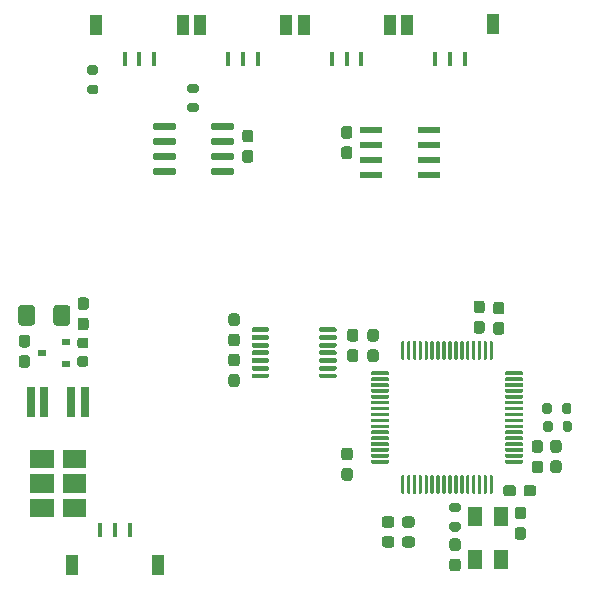
<source format=gbr>
%TF.GenerationSoftware,KiCad,Pcbnew,(5.1.8-0-10_14)*%
%TF.CreationDate,2021-05-13T19:53:47+02:00*%
%TF.ProjectId,Nauthiluscontroller,4e617574-6869-46c7-9573-636f6e74726f,rev?*%
%TF.SameCoordinates,Original*%
%TF.FileFunction,Paste,Bot*%
%TF.FilePolarity,Positive*%
%FSLAX46Y46*%
G04 Gerber Fmt 4.6, Leading zero omitted, Abs format (unit mm)*
G04 Created by KiCad (PCBNEW (5.1.8-0-10_14)) date 2021-05-13 19:53:47*
%MOMM*%
%LPD*%
G01*
G04 APERTURE LIST*
%ADD10C,0.010000*%
%ADD11R,0.790000X2.520000*%
%ADD12R,0.350000X1.200000*%
%ADD13R,1.100000X1.800000*%
%ADD14R,0.700000X0.600000*%
%ADD15R,1.981200X0.558800*%
G04 APERTURE END LIST*
D10*
%TO.C,U4*%
G36*
X117680000Y-107895000D02*
G01*
X117680000Y-109395000D01*
X119600000Y-109395000D01*
X119600000Y-107895000D01*
X117680000Y-107895000D01*
G37*
X117680000Y-107895000D02*
X117680000Y-109395000D01*
X119600000Y-109395000D01*
X119600000Y-107895000D01*
X117680000Y-107895000D01*
G36*
X117680000Y-109965000D02*
G01*
X117680000Y-111465000D01*
X119600000Y-111465000D01*
X119600000Y-109965000D01*
X117680000Y-109965000D01*
G37*
X117680000Y-109965000D02*
X117680000Y-111465000D01*
X119600000Y-111465000D01*
X119600000Y-109965000D01*
X117680000Y-109965000D01*
G36*
X117680000Y-112035000D02*
G01*
X117680000Y-113535000D01*
X119600000Y-113535000D01*
X119600000Y-112035000D01*
X117680000Y-112035000D01*
G37*
X117680000Y-112035000D02*
X117680000Y-113535000D01*
X119600000Y-113535000D01*
X119600000Y-112035000D01*
X117680000Y-112035000D01*
G36*
X120460000Y-107895000D02*
G01*
X120460000Y-109395000D01*
X122380000Y-109395000D01*
X122380000Y-107895000D01*
X120460000Y-107895000D01*
G37*
X120460000Y-107895000D02*
X120460000Y-109395000D01*
X122380000Y-109395000D01*
X122380000Y-107895000D01*
X120460000Y-107895000D01*
G36*
X120460000Y-109965000D02*
G01*
X120460000Y-111465000D01*
X122380000Y-111465000D01*
X122380000Y-109965000D01*
X120460000Y-109965000D01*
G37*
X120460000Y-109965000D02*
X120460000Y-111465000D01*
X122380000Y-111465000D01*
X122380000Y-109965000D01*
X120460000Y-109965000D01*
G36*
X120460000Y-112035000D02*
G01*
X120460000Y-113535000D01*
X122380000Y-113535000D01*
X122380000Y-112035000D01*
X120460000Y-112035000D01*
G37*
X120460000Y-112035000D02*
X120460000Y-113535000D01*
X122380000Y-113535000D01*
X122380000Y-112035000D01*
X120460000Y-112035000D01*
%TD*%
%TO.C,C39*%
G36*
G01*
X135207500Y-99150000D02*
X134732500Y-99150000D01*
G75*
G02*
X134495000Y-98912500I0J237500D01*
G01*
X134495000Y-98312500D01*
G75*
G02*
X134732500Y-98075000I237500J0D01*
G01*
X135207500Y-98075000D01*
G75*
G02*
X135445000Y-98312500I0J-237500D01*
G01*
X135445000Y-98912500D01*
G75*
G02*
X135207500Y-99150000I-237500J0D01*
G01*
G37*
G36*
G01*
X135207500Y-97425000D02*
X134732500Y-97425000D01*
G75*
G02*
X134495000Y-97187500I0J237500D01*
G01*
X134495000Y-96587500D01*
G75*
G02*
X134732500Y-96350000I237500J0D01*
G01*
X135207500Y-96350000D01*
G75*
G02*
X135445000Y-96587500I0J-237500D01*
G01*
X135445000Y-97187500D01*
G75*
G02*
X135207500Y-97425000I-237500J0D01*
G01*
G37*
%TD*%
%TO.C,C9*%
G36*
G01*
X157142500Y-95360000D02*
X157617500Y-95360000D01*
G75*
G02*
X157855000Y-95597500I0J-237500D01*
G01*
X157855000Y-96197500D01*
G75*
G02*
X157617500Y-96435000I-237500J0D01*
G01*
X157142500Y-96435000D01*
G75*
G02*
X156905000Y-96197500I0J237500D01*
G01*
X156905000Y-95597500D01*
G75*
G02*
X157142500Y-95360000I237500J0D01*
G01*
G37*
G36*
G01*
X157142500Y-97085000D02*
X157617500Y-97085000D01*
G75*
G02*
X157855000Y-97322500I0J-237500D01*
G01*
X157855000Y-97922500D01*
G75*
G02*
X157617500Y-98160000I-237500J0D01*
G01*
X157142500Y-98160000D01*
G75*
G02*
X156905000Y-97922500I0J237500D01*
G01*
X156905000Y-97322500D01*
G75*
G02*
X157142500Y-97085000I237500J0D01*
G01*
G37*
%TD*%
%TO.C,C7*%
G36*
G01*
X160412500Y-108814000D02*
X160887500Y-108814000D01*
G75*
G02*
X161125000Y-109051500I0J-237500D01*
G01*
X161125000Y-109651500D01*
G75*
G02*
X160887500Y-109889000I-237500J0D01*
G01*
X160412500Y-109889000D01*
G75*
G02*
X160175000Y-109651500I0J237500D01*
G01*
X160175000Y-109051500D01*
G75*
G02*
X160412500Y-108814000I237500J0D01*
G01*
G37*
G36*
G01*
X160412500Y-107089000D02*
X160887500Y-107089000D01*
G75*
G02*
X161125000Y-107326500I0J-237500D01*
G01*
X161125000Y-107926500D01*
G75*
G02*
X160887500Y-108164000I-237500J0D01*
G01*
X160412500Y-108164000D01*
G75*
G02*
X160175000Y-107926500I0J237500D01*
G01*
X160175000Y-107326500D01*
G75*
G02*
X160412500Y-107089000I237500J0D01*
G01*
G37*
%TD*%
%TO.C,U14*%
G36*
G01*
X134990000Y-80375000D02*
X134990000Y-80675000D01*
G75*
G02*
X134840000Y-80825000I-150000J0D01*
G01*
X133190000Y-80825000D01*
G75*
G02*
X133040000Y-80675000I0J150000D01*
G01*
X133040000Y-80375000D01*
G75*
G02*
X133190000Y-80225000I150000J0D01*
G01*
X134840000Y-80225000D01*
G75*
G02*
X134990000Y-80375000I0J-150000D01*
G01*
G37*
G36*
G01*
X134990000Y-81645000D02*
X134990000Y-81945000D01*
G75*
G02*
X134840000Y-82095000I-150000J0D01*
G01*
X133190000Y-82095000D01*
G75*
G02*
X133040000Y-81945000I0J150000D01*
G01*
X133040000Y-81645000D01*
G75*
G02*
X133190000Y-81495000I150000J0D01*
G01*
X134840000Y-81495000D01*
G75*
G02*
X134990000Y-81645000I0J-150000D01*
G01*
G37*
G36*
G01*
X134990000Y-82915000D02*
X134990000Y-83215000D01*
G75*
G02*
X134840000Y-83365000I-150000J0D01*
G01*
X133190000Y-83365000D01*
G75*
G02*
X133040000Y-83215000I0J150000D01*
G01*
X133040000Y-82915000D01*
G75*
G02*
X133190000Y-82765000I150000J0D01*
G01*
X134840000Y-82765000D01*
G75*
G02*
X134990000Y-82915000I0J-150000D01*
G01*
G37*
G36*
G01*
X134990000Y-84185000D02*
X134990000Y-84485000D01*
G75*
G02*
X134840000Y-84635000I-150000J0D01*
G01*
X133190000Y-84635000D01*
G75*
G02*
X133040000Y-84485000I0J150000D01*
G01*
X133040000Y-84185000D01*
G75*
G02*
X133190000Y-84035000I150000J0D01*
G01*
X134840000Y-84035000D01*
G75*
G02*
X134990000Y-84185000I0J-150000D01*
G01*
G37*
G36*
G01*
X130040000Y-84185000D02*
X130040000Y-84485000D01*
G75*
G02*
X129890000Y-84635000I-150000J0D01*
G01*
X128240000Y-84635000D01*
G75*
G02*
X128090000Y-84485000I0J150000D01*
G01*
X128090000Y-84185000D01*
G75*
G02*
X128240000Y-84035000I150000J0D01*
G01*
X129890000Y-84035000D01*
G75*
G02*
X130040000Y-84185000I0J-150000D01*
G01*
G37*
G36*
G01*
X130040000Y-82915000D02*
X130040000Y-83215000D01*
G75*
G02*
X129890000Y-83365000I-150000J0D01*
G01*
X128240000Y-83365000D01*
G75*
G02*
X128090000Y-83215000I0J150000D01*
G01*
X128090000Y-82915000D01*
G75*
G02*
X128240000Y-82765000I150000J0D01*
G01*
X129890000Y-82765000D01*
G75*
G02*
X130040000Y-82915000I0J-150000D01*
G01*
G37*
G36*
G01*
X130040000Y-81645000D02*
X130040000Y-81945000D01*
G75*
G02*
X129890000Y-82095000I-150000J0D01*
G01*
X128240000Y-82095000D01*
G75*
G02*
X128090000Y-81945000I0J150000D01*
G01*
X128090000Y-81645000D01*
G75*
G02*
X128240000Y-81495000I150000J0D01*
G01*
X129890000Y-81495000D01*
G75*
G02*
X130040000Y-81645000I0J-150000D01*
G01*
G37*
G36*
G01*
X130040000Y-80375000D02*
X130040000Y-80675000D01*
G75*
G02*
X129890000Y-80825000I-150000J0D01*
G01*
X128240000Y-80825000D01*
G75*
G02*
X128090000Y-80675000I0J150000D01*
G01*
X128090000Y-80375000D01*
G75*
G02*
X128240000Y-80225000I150000J0D01*
G01*
X129890000Y-80225000D01*
G75*
G02*
X130040000Y-80375000I0J-150000D01*
G01*
G37*
%TD*%
%TO.C,C47*%
G36*
G01*
X135902500Y-82527500D02*
X136377500Y-82527500D01*
G75*
G02*
X136615000Y-82765000I0J-237500D01*
G01*
X136615000Y-83365000D01*
G75*
G02*
X136377500Y-83602500I-237500J0D01*
G01*
X135902500Y-83602500D01*
G75*
G02*
X135665000Y-83365000I0J237500D01*
G01*
X135665000Y-82765000D01*
G75*
G02*
X135902500Y-82527500I237500J0D01*
G01*
G37*
G36*
G01*
X135902500Y-80802500D02*
X136377500Y-80802500D01*
G75*
G02*
X136615000Y-81040000I0J-237500D01*
G01*
X136615000Y-81640000D01*
G75*
G02*
X136377500Y-81877500I-237500J0D01*
G01*
X135902500Y-81877500D01*
G75*
G02*
X135665000Y-81640000I0J237500D01*
G01*
X135665000Y-81040000D01*
G75*
G02*
X135902500Y-80802500I237500J0D01*
G01*
G37*
%TD*%
D11*
%TO.C,U4*%
X122310000Y-103895000D03*
X121170000Y-103895000D03*
X118890000Y-103895000D03*
X117750000Y-103895000D03*
%TD*%
D12*
%TO.C,J3*%
X134470000Y-74810000D03*
X135720000Y-74810000D03*
X136970000Y-74810000D03*
D13*
X132070000Y-71910000D03*
X139370000Y-71910000D03*
%TD*%
%TO.C,C30*%
G36*
G01*
X144272500Y-82215000D02*
X144747500Y-82215000D01*
G75*
G02*
X144985000Y-82452500I0J-237500D01*
G01*
X144985000Y-83052500D01*
G75*
G02*
X144747500Y-83290000I-237500J0D01*
G01*
X144272500Y-83290000D01*
G75*
G02*
X144035000Y-83052500I0J237500D01*
G01*
X144035000Y-82452500D01*
G75*
G02*
X144272500Y-82215000I237500J0D01*
G01*
G37*
G36*
G01*
X144272500Y-80490000D02*
X144747500Y-80490000D01*
G75*
G02*
X144985000Y-80727500I0J-237500D01*
G01*
X144985000Y-81327500D01*
G75*
G02*
X144747500Y-81565000I-237500J0D01*
G01*
X144272500Y-81565000D01*
G75*
G02*
X144035000Y-81327500I0J237500D01*
G01*
X144035000Y-80727500D01*
G75*
G02*
X144272500Y-80490000I237500J0D01*
G01*
G37*
%TD*%
D12*
%TO.C,J1*%
X152020000Y-74780000D03*
X153270000Y-74780000D03*
X154520000Y-74780000D03*
D13*
X149620000Y-71910000D03*
X156920000Y-71880000D03*
%TD*%
%TO.C,C15*%
G36*
G01*
X159457500Y-115520000D02*
X158982500Y-115520000D01*
G75*
G02*
X158745000Y-115282500I0J237500D01*
G01*
X158745000Y-114682500D01*
G75*
G02*
X158982500Y-114445000I237500J0D01*
G01*
X159457500Y-114445000D01*
G75*
G02*
X159695000Y-114682500I0J-237500D01*
G01*
X159695000Y-115282500D01*
G75*
G02*
X159457500Y-115520000I-237500J0D01*
G01*
G37*
G36*
G01*
X159457500Y-113795000D02*
X158982500Y-113795000D01*
G75*
G02*
X158745000Y-113557500I0J237500D01*
G01*
X158745000Y-112957500D01*
G75*
G02*
X158982500Y-112720000I237500J0D01*
G01*
X159457500Y-112720000D01*
G75*
G02*
X159695000Y-112957500I0J-237500D01*
G01*
X159695000Y-113557500D01*
G75*
G02*
X159457500Y-113795000I-237500J0D01*
G01*
G37*
%TD*%
%TO.C,R13*%
G36*
G01*
X153395000Y-114025000D02*
X153945000Y-114025000D01*
G75*
G02*
X154145000Y-114225000I0J-200000D01*
G01*
X154145000Y-114625000D01*
G75*
G02*
X153945000Y-114825000I-200000J0D01*
G01*
X153395000Y-114825000D01*
G75*
G02*
X153195000Y-114625000I0J200000D01*
G01*
X153195000Y-114225000D01*
G75*
G02*
X153395000Y-114025000I200000J0D01*
G01*
G37*
G36*
G01*
X153395000Y-112375000D02*
X153945000Y-112375000D01*
G75*
G02*
X154145000Y-112575000I0J-200000D01*
G01*
X154145000Y-112975000D01*
G75*
G02*
X153945000Y-113175000I-200000J0D01*
G01*
X153395000Y-113175000D01*
G75*
G02*
X153195000Y-112975000I0J200000D01*
G01*
X153195000Y-112575000D01*
G75*
G02*
X153395000Y-112375000I200000J0D01*
G01*
G37*
%TD*%
D14*
%TO.C,Q1*%
X118720000Y-99690000D03*
X120720000Y-98740000D03*
X120720000Y-100640000D03*
%TD*%
%TO.C,U1*%
G36*
G01*
X156825000Y-111614000D02*
X156675000Y-111614000D01*
G75*
G02*
X156600000Y-111539000I0J75000D01*
G01*
X156600000Y-110139000D01*
G75*
G02*
X156675000Y-110064000I75000J0D01*
G01*
X156825000Y-110064000D01*
G75*
G02*
X156900000Y-110139000I0J-75000D01*
G01*
X156900000Y-111539000D01*
G75*
G02*
X156825000Y-111614000I-75000J0D01*
G01*
G37*
G36*
G01*
X156325000Y-111614000D02*
X156175000Y-111614000D01*
G75*
G02*
X156100000Y-111539000I0J75000D01*
G01*
X156100000Y-110139000D01*
G75*
G02*
X156175000Y-110064000I75000J0D01*
G01*
X156325000Y-110064000D01*
G75*
G02*
X156400000Y-110139000I0J-75000D01*
G01*
X156400000Y-111539000D01*
G75*
G02*
X156325000Y-111614000I-75000J0D01*
G01*
G37*
G36*
G01*
X155825000Y-111614000D02*
X155675000Y-111614000D01*
G75*
G02*
X155600000Y-111539000I0J75000D01*
G01*
X155600000Y-110139000D01*
G75*
G02*
X155675000Y-110064000I75000J0D01*
G01*
X155825000Y-110064000D01*
G75*
G02*
X155900000Y-110139000I0J-75000D01*
G01*
X155900000Y-111539000D01*
G75*
G02*
X155825000Y-111614000I-75000J0D01*
G01*
G37*
G36*
G01*
X155325000Y-111614000D02*
X155175000Y-111614000D01*
G75*
G02*
X155100000Y-111539000I0J75000D01*
G01*
X155100000Y-110139000D01*
G75*
G02*
X155175000Y-110064000I75000J0D01*
G01*
X155325000Y-110064000D01*
G75*
G02*
X155400000Y-110139000I0J-75000D01*
G01*
X155400000Y-111539000D01*
G75*
G02*
X155325000Y-111614000I-75000J0D01*
G01*
G37*
G36*
G01*
X154825000Y-111614000D02*
X154675000Y-111614000D01*
G75*
G02*
X154600000Y-111539000I0J75000D01*
G01*
X154600000Y-110139000D01*
G75*
G02*
X154675000Y-110064000I75000J0D01*
G01*
X154825000Y-110064000D01*
G75*
G02*
X154900000Y-110139000I0J-75000D01*
G01*
X154900000Y-111539000D01*
G75*
G02*
X154825000Y-111614000I-75000J0D01*
G01*
G37*
G36*
G01*
X154325000Y-111614000D02*
X154175000Y-111614000D01*
G75*
G02*
X154100000Y-111539000I0J75000D01*
G01*
X154100000Y-110139000D01*
G75*
G02*
X154175000Y-110064000I75000J0D01*
G01*
X154325000Y-110064000D01*
G75*
G02*
X154400000Y-110139000I0J-75000D01*
G01*
X154400000Y-111539000D01*
G75*
G02*
X154325000Y-111614000I-75000J0D01*
G01*
G37*
G36*
G01*
X153825000Y-111614000D02*
X153675000Y-111614000D01*
G75*
G02*
X153600000Y-111539000I0J75000D01*
G01*
X153600000Y-110139000D01*
G75*
G02*
X153675000Y-110064000I75000J0D01*
G01*
X153825000Y-110064000D01*
G75*
G02*
X153900000Y-110139000I0J-75000D01*
G01*
X153900000Y-111539000D01*
G75*
G02*
X153825000Y-111614000I-75000J0D01*
G01*
G37*
G36*
G01*
X153325000Y-111614000D02*
X153175000Y-111614000D01*
G75*
G02*
X153100000Y-111539000I0J75000D01*
G01*
X153100000Y-110139000D01*
G75*
G02*
X153175000Y-110064000I75000J0D01*
G01*
X153325000Y-110064000D01*
G75*
G02*
X153400000Y-110139000I0J-75000D01*
G01*
X153400000Y-111539000D01*
G75*
G02*
X153325000Y-111614000I-75000J0D01*
G01*
G37*
G36*
G01*
X152825000Y-111614000D02*
X152675000Y-111614000D01*
G75*
G02*
X152600000Y-111539000I0J75000D01*
G01*
X152600000Y-110139000D01*
G75*
G02*
X152675000Y-110064000I75000J0D01*
G01*
X152825000Y-110064000D01*
G75*
G02*
X152900000Y-110139000I0J-75000D01*
G01*
X152900000Y-111539000D01*
G75*
G02*
X152825000Y-111614000I-75000J0D01*
G01*
G37*
G36*
G01*
X152325000Y-111614000D02*
X152175000Y-111614000D01*
G75*
G02*
X152100000Y-111539000I0J75000D01*
G01*
X152100000Y-110139000D01*
G75*
G02*
X152175000Y-110064000I75000J0D01*
G01*
X152325000Y-110064000D01*
G75*
G02*
X152400000Y-110139000I0J-75000D01*
G01*
X152400000Y-111539000D01*
G75*
G02*
X152325000Y-111614000I-75000J0D01*
G01*
G37*
G36*
G01*
X151825000Y-111614000D02*
X151675000Y-111614000D01*
G75*
G02*
X151600000Y-111539000I0J75000D01*
G01*
X151600000Y-110139000D01*
G75*
G02*
X151675000Y-110064000I75000J0D01*
G01*
X151825000Y-110064000D01*
G75*
G02*
X151900000Y-110139000I0J-75000D01*
G01*
X151900000Y-111539000D01*
G75*
G02*
X151825000Y-111614000I-75000J0D01*
G01*
G37*
G36*
G01*
X151325000Y-111614000D02*
X151175000Y-111614000D01*
G75*
G02*
X151100000Y-111539000I0J75000D01*
G01*
X151100000Y-110139000D01*
G75*
G02*
X151175000Y-110064000I75000J0D01*
G01*
X151325000Y-110064000D01*
G75*
G02*
X151400000Y-110139000I0J-75000D01*
G01*
X151400000Y-111539000D01*
G75*
G02*
X151325000Y-111614000I-75000J0D01*
G01*
G37*
G36*
G01*
X150825000Y-111614000D02*
X150675000Y-111614000D01*
G75*
G02*
X150600000Y-111539000I0J75000D01*
G01*
X150600000Y-110139000D01*
G75*
G02*
X150675000Y-110064000I75000J0D01*
G01*
X150825000Y-110064000D01*
G75*
G02*
X150900000Y-110139000I0J-75000D01*
G01*
X150900000Y-111539000D01*
G75*
G02*
X150825000Y-111614000I-75000J0D01*
G01*
G37*
G36*
G01*
X150325000Y-111614000D02*
X150175000Y-111614000D01*
G75*
G02*
X150100000Y-111539000I0J75000D01*
G01*
X150100000Y-110139000D01*
G75*
G02*
X150175000Y-110064000I75000J0D01*
G01*
X150325000Y-110064000D01*
G75*
G02*
X150400000Y-110139000I0J-75000D01*
G01*
X150400000Y-111539000D01*
G75*
G02*
X150325000Y-111614000I-75000J0D01*
G01*
G37*
G36*
G01*
X149825000Y-111614000D02*
X149675000Y-111614000D01*
G75*
G02*
X149600000Y-111539000I0J75000D01*
G01*
X149600000Y-110139000D01*
G75*
G02*
X149675000Y-110064000I75000J0D01*
G01*
X149825000Y-110064000D01*
G75*
G02*
X149900000Y-110139000I0J-75000D01*
G01*
X149900000Y-111539000D01*
G75*
G02*
X149825000Y-111614000I-75000J0D01*
G01*
G37*
G36*
G01*
X149325000Y-111614000D02*
X149175000Y-111614000D01*
G75*
G02*
X149100000Y-111539000I0J75000D01*
G01*
X149100000Y-110139000D01*
G75*
G02*
X149175000Y-110064000I75000J0D01*
G01*
X149325000Y-110064000D01*
G75*
G02*
X149400000Y-110139000I0J-75000D01*
G01*
X149400000Y-111539000D01*
G75*
G02*
X149325000Y-111614000I-75000J0D01*
G01*
G37*
G36*
G01*
X148025000Y-109064000D02*
X146625000Y-109064000D01*
G75*
G02*
X146550000Y-108989000I0J75000D01*
G01*
X146550000Y-108839000D01*
G75*
G02*
X146625000Y-108764000I75000J0D01*
G01*
X148025000Y-108764000D01*
G75*
G02*
X148100000Y-108839000I0J-75000D01*
G01*
X148100000Y-108989000D01*
G75*
G02*
X148025000Y-109064000I-75000J0D01*
G01*
G37*
G36*
G01*
X148025000Y-108564000D02*
X146625000Y-108564000D01*
G75*
G02*
X146550000Y-108489000I0J75000D01*
G01*
X146550000Y-108339000D01*
G75*
G02*
X146625000Y-108264000I75000J0D01*
G01*
X148025000Y-108264000D01*
G75*
G02*
X148100000Y-108339000I0J-75000D01*
G01*
X148100000Y-108489000D01*
G75*
G02*
X148025000Y-108564000I-75000J0D01*
G01*
G37*
G36*
G01*
X148025000Y-108064000D02*
X146625000Y-108064000D01*
G75*
G02*
X146550000Y-107989000I0J75000D01*
G01*
X146550000Y-107839000D01*
G75*
G02*
X146625000Y-107764000I75000J0D01*
G01*
X148025000Y-107764000D01*
G75*
G02*
X148100000Y-107839000I0J-75000D01*
G01*
X148100000Y-107989000D01*
G75*
G02*
X148025000Y-108064000I-75000J0D01*
G01*
G37*
G36*
G01*
X148025000Y-107564000D02*
X146625000Y-107564000D01*
G75*
G02*
X146550000Y-107489000I0J75000D01*
G01*
X146550000Y-107339000D01*
G75*
G02*
X146625000Y-107264000I75000J0D01*
G01*
X148025000Y-107264000D01*
G75*
G02*
X148100000Y-107339000I0J-75000D01*
G01*
X148100000Y-107489000D01*
G75*
G02*
X148025000Y-107564000I-75000J0D01*
G01*
G37*
G36*
G01*
X148025000Y-107064000D02*
X146625000Y-107064000D01*
G75*
G02*
X146550000Y-106989000I0J75000D01*
G01*
X146550000Y-106839000D01*
G75*
G02*
X146625000Y-106764000I75000J0D01*
G01*
X148025000Y-106764000D01*
G75*
G02*
X148100000Y-106839000I0J-75000D01*
G01*
X148100000Y-106989000D01*
G75*
G02*
X148025000Y-107064000I-75000J0D01*
G01*
G37*
G36*
G01*
X148025000Y-106564000D02*
X146625000Y-106564000D01*
G75*
G02*
X146550000Y-106489000I0J75000D01*
G01*
X146550000Y-106339000D01*
G75*
G02*
X146625000Y-106264000I75000J0D01*
G01*
X148025000Y-106264000D01*
G75*
G02*
X148100000Y-106339000I0J-75000D01*
G01*
X148100000Y-106489000D01*
G75*
G02*
X148025000Y-106564000I-75000J0D01*
G01*
G37*
G36*
G01*
X148025000Y-106064000D02*
X146625000Y-106064000D01*
G75*
G02*
X146550000Y-105989000I0J75000D01*
G01*
X146550000Y-105839000D01*
G75*
G02*
X146625000Y-105764000I75000J0D01*
G01*
X148025000Y-105764000D01*
G75*
G02*
X148100000Y-105839000I0J-75000D01*
G01*
X148100000Y-105989000D01*
G75*
G02*
X148025000Y-106064000I-75000J0D01*
G01*
G37*
G36*
G01*
X148025000Y-105564000D02*
X146625000Y-105564000D01*
G75*
G02*
X146550000Y-105489000I0J75000D01*
G01*
X146550000Y-105339000D01*
G75*
G02*
X146625000Y-105264000I75000J0D01*
G01*
X148025000Y-105264000D01*
G75*
G02*
X148100000Y-105339000I0J-75000D01*
G01*
X148100000Y-105489000D01*
G75*
G02*
X148025000Y-105564000I-75000J0D01*
G01*
G37*
G36*
G01*
X148025000Y-105064000D02*
X146625000Y-105064000D01*
G75*
G02*
X146550000Y-104989000I0J75000D01*
G01*
X146550000Y-104839000D01*
G75*
G02*
X146625000Y-104764000I75000J0D01*
G01*
X148025000Y-104764000D01*
G75*
G02*
X148100000Y-104839000I0J-75000D01*
G01*
X148100000Y-104989000D01*
G75*
G02*
X148025000Y-105064000I-75000J0D01*
G01*
G37*
G36*
G01*
X148025000Y-104564000D02*
X146625000Y-104564000D01*
G75*
G02*
X146550000Y-104489000I0J75000D01*
G01*
X146550000Y-104339000D01*
G75*
G02*
X146625000Y-104264000I75000J0D01*
G01*
X148025000Y-104264000D01*
G75*
G02*
X148100000Y-104339000I0J-75000D01*
G01*
X148100000Y-104489000D01*
G75*
G02*
X148025000Y-104564000I-75000J0D01*
G01*
G37*
G36*
G01*
X148025000Y-104064000D02*
X146625000Y-104064000D01*
G75*
G02*
X146550000Y-103989000I0J75000D01*
G01*
X146550000Y-103839000D01*
G75*
G02*
X146625000Y-103764000I75000J0D01*
G01*
X148025000Y-103764000D01*
G75*
G02*
X148100000Y-103839000I0J-75000D01*
G01*
X148100000Y-103989000D01*
G75*
G02*
X148025000Y-104064000I-75000J0D01*
G01*
G37*
G36*
G01*
X148025000Y-103564000D02*
X146625000Y-103564000D01*
G75*
G02*
X146550000Y-103489000I0J75000D01*
G01*
X146550000Y-103339000D01*
G75*
G02*
X146625000Y-103264000I75000J0D01*
G01*
X148025000Y-103264000D01*
G75*
G02*
X148100000Y-103339000I0J-75000D01*
G01*
X148100000Y-103489000D01*
G75*
G02*
X148025000Y-103564000I-75000J0D01*
G01*
G37*
G36*
G01*
X148025000Y-103064000D02*
X146625000Y-103064000D01*
G75*
G02*
X146550000Y-102989000I0J75000D01*
G01*
X146550000Y-102839000D01*
G75*
G02*
X146625000Y-102764000I75000J0D01*
G01*
X148025000Y-102764000D01*
G75*
G02*
X148100000Y-102839000I0J-75000D01*
G01*
X148100000Y-102989000D01*
G75*
G02*
X148025000Y-103064000I-75000J0D01*
G01*
G37*
G36*
G01*
X148025000Y-102564000D02*
X146625000Y-102564000D01*
G75*
G02*
X146550000Y-102489000I0J75000D01*
G01*
X146550000Y-102339000D01*
G75*
G02*
X146625000Y-102264000I75000J0D01*
G01*
X148025000Y-102264000D01*
G75*
G02*
X148100000Y-102339000I0J-75000D01*
G01*
X148100000Y-102489000D01*
G75*
G02*
X148025000Y-102564000I-75000J0D01*
G01*
G37*
G36*
G01*
X148025000Y-102064000D02*
X146625000Y-102064000D01*
G75*
G02*
X146550000Y-101989000I0J75000D01*
G01*
X146550000Y-101839000D01*
G75*
G02*
X146625000Y-101764000I75000J0D01*
G01*
X148025000Y-101764000D01*
G75*
G02*
X148100000Y-101839000I0J-75000D01*
G01*
X148100000Y-101989000D01*
G75*
G02*
X148025000Y-102064000I-75000J0D01*
G01*
G37*
G36*
G01*
X148025000Y-101564000D02*
X146625000Y-101564000D01*
G75*
G02*
X146550000Y-101489000I0J75000D01*
G01*
X146550000Y-101339000D01*
G75*
G02*
X146625000Y-101264000I75000J0D01*
G01*
X148025000Y-101264000D01*
G75*
G02*
X148100000Y-101339000I0J-75000D01*
G01*
X148100000Y-101489000D01*
G75*
G02*
X148025000Y-101564000I-75000J0D01*
G01*
G37*
G36*
G01*
X149325000Y-100264000D02*
X149175000Y-100264000D01*
G75*
G02*
X149100000Y-100189000I0J75000D01*
G01*
X149100000Y-98789000D01*
G75*
G02*
X149175000Y-98714000I75000J0D01*
G01*
X149325000Y-98714000D01*
G75*
G02*
X149400000Y-98789000I0J-75000D01*
G01*
X149400000Y-100189000D01*
G75*
G02*
X149325000Y-100264000I-75000J0D01*
G01*
G37*
G36*
G01*
X149825000Y-100264000D02*
X149675000Y-100264000D01*
G75*
G02*
X149600000Y-100189000I0J75000D01*
G01*
X149600000Y-98789000D01*
G75*
G02*
X149675000Y-98714000I75000J0D01*
G01*
X149825000Y-98714000D01*
G75*
G02*
X149900000Y-98789000I0J-75000D01*
G01*
X149900000Y-100189000D01*
G75*
G02*
X149825000Y-100264000I-75000J0D01*
G01*
G37*
G36*
G01*
X150325000Y-100264000D02*
X150175000Y-100264000D01*
G75*
G02*
X150100000Y-100189000I0J75000D01*
G01*
X150100000Y-98789000D01*
G75*
G02*
X150175000Y-98714000I75000J0D01*
G01*
X150325000Y-98714000D01*
G75*
G02*
X150400000Y-98789000I0J-75000D01*
G01*
X150400000Y-100189000D01*
G75*
G02*
X150325000Y-100264000I-75000J0D01*
G01*
G37*
G36*
G01*
X150825000Y-100264000D02*
X150675000Y-100264000D01*
G75*
G02*
X150600000Y-100189000I0J75000D01*
G01*
X150600000Y-98789000D01*
G75*
G02*
X150675000Y-98714000I75000J0D01*
G01*
X150825000Y-98714000D01*
G75*
G02*
X150900000Y-98789000I0J-75000D01*
G01*
X150900000Y-100189000D01*
G75*
G02*
X150825000Y-100264000I-75000J0D01*
G01*
G37*
G36*
G01*
X151325000Y-100264000D02*
X151175000Y-100264000D01*
G75*
G02*
X151100000Y-100189000I0J75000D01*
G01*
X151100000Y-98789000D01*
G75*
G02*
X151175000Y-98714000I75000J0D01*
G01*
X151325000Y-98714000D01*
G75*
G02*
X151400000Y-98789000I0J-75000D01*
G01*
X151400000Y-100189000D01*
G75*
G02*
X151325000Y-100264000I-75000J0D01*
G01*
G37*
G36*
G01*
X151825000Y-100264000D02*
X151675000Y-100264000D01*
G75*
G02*
X151600000Y-100189000I0J75000D01*
G01*
X151600000Y-98789000D01*
G75*
G02*
X151675000Y-98714000I75000J0D01*
G01*
X151825000Y-98714000D01*
G75*
G02*
X151900000Y-98789000I0J-75000D01*
G01*
X151900000Y-100189000D01*
G75*
G02*
X151825000Y-100264000I-75000J0D01*
G01*
G37*
G36*
G01*
X152325000Y-100264000D02*
X152175000Y-100264000D01*
G75*
G02*
X152100000Y-100189000I0J75000D01*
G01*
X152100000Y-98789000D01*
G75*
G02*
X152175000Y-98714000I75000J0D01*
G01*
X152325000Y-98714000D01*
G75*
G02*
X152400000Y-98789000I0J-75000D01*
G01*
X152400000Y-100189000D01*
G75*
G02*
X152325000Y-100264000I-75000J0D01*
G01*
G37*
G36*
G01*
X152825000Y-100264000D02*
X152675000Y-100264000D01*
G75*
G02*
X152600000Y-100189000I0J75000D01*
G01*
X152600000Y-98789000D01*
G75*
G02*
X152675000Y-98714000I75000J0D01*
G01*
X152825000Y-98714000D01*
G75*
G02*
X152900000Y-98789000I0J-75000D01*
G01*
X152900000Y-100189000D01*
G75*
G02*
X152825000Y-100264000I-75000J0D01*
G01*
G37*
G36*
G01*
X153325000Y-100264000D02*
X153175000Y-100264000D01*
G75*
G02*
X153100000Y-100189000I0J75000D01*
G01*
X153100000Y-98789000D01*
G75*
G02*
X153175000Y-98714000I75000J0D01*
G01*
X153325000Y-98714000D01*
G75*
G02*
X153400000Y-98789000I0J-75000D01*
G01*
X153400000Y-100189000D01*
G75*
G02*
X153325000Y-100264000I-75000J0D01*
G01*
G37*
G36*
G01*
X153825000Y-100264000D02*
X153675000Y-100264000D01*
G75*
G02*
X153600000Y-100189000I0J75000D01*
G01*
X153600000Y-98789000D01*
G75*
G02*
X153675000Y-98714000I75000J0D01*
G01*
X153825000Y-98714000D01*
G75*
G02*
X153900000Y-98789000I0J-75000D01*
G01*
X153900000Y-100189000D01*
G75*
G02*
X153825000Y-100264000I-75000J0D01*
G01*
G37*
G36*
G01*
X154325000Y-100264000D02*
X154175000Y-100264000D01*
G75*
G02*
X154100000Y-100189000I0J75000D01*
G01*
X154100000Y-98789000D01*
G75*
G02*
X154175000Y-98714000I75000J0D01*
G01*
X154325000Y-98714000D01*
G75*
G02*
X154400000Y-98789000I0J-75000D01*
G01*
X154400000Y-100189000D01*
G75*
G02*
X154325000Y-100264000I-75000J0D01*
G01*
G37*
G36*
G01*
X154825000Y-100264000D02*
X154675000Y-100264000D01*
G75*
G02*
X154600000Y-100189000I0J75000D01*
G01*
X154600000Y-98789000D01*
G75*
G02*
X154675000Y-98714000I75000J0D01*
G01*
X154825000Y-98714000D01*
G75*
G02*
X154900000Y-98789000I0J-75000D01*
G01*
X154900000Y-100189000D01*
G75*
G02*
X154825000Y-100264000I-75000J0D01*
G01*
G37*
G36*
G01*
X155325000Y-100264000D02*
X155175000Y-100264000D01*
G75*
G02*
X155100000Y-100189000I0J75000D01*
G01*
X155100000Y-98789000D01*
G75*
G02*
X155175000Y-98714000I75000J0D01*
G01*
X155325000Y-98714000D01*
G75*
G02*
X155400000Y-98789000I0J-75000D01*
G01*
X155400000Y-100189000D01*
G75*
G02*
X155325000Y-100264000I-75000J0D01*
G01*
G37*
G36*
G01*
X155825000Y-100264000D02*
X155675000Y-100264000D01*
G75*
G02*
X155600000Y-100189000I0J75000D01*
G01*
X155600000Y-98789000D01*
G75*
G02*
X155675000Y-98714000I75000J0D01*
G01*
X155825000Y-98714000D01*
G75*
G02*
X155900000Y-98789000I0J-75000D01*
G01*
X155900000Y-100189000D01*
G75*
G02*
X155825000Y-100264000I-75000J0D01*
G01*
G37*
G36*
G01*
X156325000Y-100264000D02*
X156175000Y-100264000D01*
G75*
G02*
X156100000Y-100189000I0J75000D01*
G01*
X156100000Y-98789000D01*
G75*
G02*
X156175000Y-98714000I75000J0D01*
G01*
X156325000Y-98714000D01*
G75*
G02*
X156400000Y-98789000I0J-75000D01*
G01*
X156400000Y-100189000D01*
G75*
G02*
X156325000Y-100264000I-75000J0D01*
G01*
G37*
G36*
G01*
X156825000Y-100264000D02*
X156675000Y-100264000D01*
G75*
G02*
X156600000Y-100189000I0J75000D01*
G01*
X156600000Y-98789000D01*
G75*
G02*
X156675000Y-98714000I75000J0D01*
G01*
X156825000Y-98714000D01*
G75*
G02*
X156900000Y-98789000I0J-75000D01*
G01*
X156900000Y-100189000D01*
G75*
G02*
X156825000Y-100264000I-75000J0D01*
G01*
G37*
G36*
G01*
X159375000Y-101564000D02*
X157975000Y-101564000D01*
G75*
G02*
X157900000Y-101489000I0J75000D01*
G01*
X157900000Y-101339000D01*
G75*
G02*
X157975000Y-101264000I75000J0D01*
G01*
X159375000Y-101264000D01*
G75*
G02*
X159450000Y-101339000I0J-75000D01*
G01*
X159450000Y-101489000D01*
G75*
G02*
X159375000Y-101564000I-75000J0D01*
G01*
G37*
G36*
G01*
X159375000Y-102064000D02*
X157975000Y-102064000D01*
G75*
G02*
X157900000Y-101989000I0J75000D01*
G01*
X157900000Y-101839000D01*
G75*
G02*
X157975000Y-101764000I75000J0D01*
G01*
X159375000Y-101764000D01*
G75*
G02*
X159450000Y-101839000I0J-75000D01*
G01*
X159450000Y-101989000D01*
G75*
G02*
X159375000Y-102064000I-75000J0D01*
G01*
G37*
G36*
G01*
X159375000Y-102564000D02*
X157975000Y-102564000D01*
G75*
G02*
X157900000Y-102489000I0J75000D01*
G01*
X157900000Y-102339000D01*
G75*
G02*
X157975000Y-102264000I75000J0D01*
G01*
X159375000Y-102264000D01*
G75*
G02*
X159450000Y-102339000I0J-75000D01*
G01*
X159450000Y-102489000D01*
G75*
G02*
X159375000Y-102564000I-75000J0D01*
G01*
G37*
G36*
G01*
X159375000Y-103064000D02*
X157975000Y-103064000D01*
G75*
G02*
X157900000Y-102989000I0J75000D01*
G01*
X157900000Y-102839000D01*
G75*
G02*
X157975000Y-102764000I75000J0D01*
G01*
X159375000Y-102764000D01*
G75*
G02*
X159450000Y-102839000I0J-75000D01*
G01*
X159450000Y-102989000D01*
G75*
G02*
X159375000Y-103064000I-75000J0D01*
G01*
G37*
G36*
G01*
X159375000Y-103564000D02*
X157975000Y-103564000D01*
G75*
G02*
X157900000Y-103489000I0J75000D01*
G01*
X157900000Y-103339000D01*
G75*
G02*
X157975000Y-103264000I75000J0D01*
G01*
X159375000Y-103264000D01*
G75*
G02*
X159450000Y-103339000I0J-75000D01*
G01*
X159450000Y-103489000D01*
G75*
G02*
X159375000Y-103564000I-75000J0D01*
G01*
G37*
G36*
G01*
X159375000Y-104064000D02*
X157975000Y-104064000D01*
G75*
G02*
X157900000Y-103989000I0J75000D01*
G01*
X157900000Y-103839000D01*
G75*
G02*
X157975000Y-103764000I75000J0D01*
G01*
X159375000Y-103764000D01*
G75*
G02*
X159450000Y-103839000I0J-75000D01*
G01*
X159450000Y-103989000D01*
G75*
G02*
X159375000Y-104064000I-75000J0D01*
G01*
G37*
G36*
G01*
X159375000Y-104564000D02*
X157975000Y-104564000D01*
G75*
G02*
X157900000Y-104489000I0J75000D01*
G01*
X157900000Y-104339000D01*
G75*
G02*
X157975000Y-104264000I75000J0D01*
G01*
X159375000Y-104264000D01*
G75*
G02*
X159450000Y-104339000I0J-75000D01*
G01*
X159450000Y-104489000D01*
G75*
G02*
X159375000Y-104564000I-75000J0D01*
G01*
G37*
G36*
G01*
X159375000Y-105064000D02*
X157975000Y-105064000D01*
G75*
G02*
X157900000Y-104989000I0J75000D01*
G01*
X157900000Y-104839000D01*
G75*
G02*
X157975000Y-104764000I75000J0D01*
G01*
X159375000Y-104764000D01*
G75*
G02*
X159450000Y-104839000I0J-75000D01*
G01*
X159450000Y-104989000D01*
G75*
G02*
X159375000Y-105064000I-75000J0D01*
G01*
G37*
G36*
G01*
X159375000Y-105564000D02*
X157975000Y-105564000D01*
G75*
G02*
X157900000Y-105489000I0J75000D01*
G01*
X157900000Y-105339000D01*
G75*
G02*
X157975000Y-105264000I75000J0D01*
G01*
X159375000Y-105264000D01*
G75*
G02*
X159450000Y-105339000I0J-75000D01*
G01*
X159450000Y-105489000D01*
G75*
G02*
X159375000Y-105564000I-75000J0D01*
G01*
G37*
G36*
G01*
X159375000Y-106064000D02*
X157975000Y-106064000D01*
G75*
G02*
X157900000Y-105989000I0J75000D01*
G01*
X157900000Y-105839000D01*
G75*
G02*
X157975000Y-105764000I75000J0D01*
G01*
X159375000Y-105764000D01*
G75*
G02*
X159450000Y-105839000I0J-75000D01*
G01*
X159450000Y-105989000D01*
G75*
G02*
X159375000Y-106064000I-75000J0D01*
G01*
G37*
G36*
G01*
X159375000Y-106564000D02*
X157975000Y-106564000D01*
G75*
G02*
X157900000Y-106489000I0J75000D01*
G01*
X157900000Y-106339000D01*
G75*
G02*
X157975000Y-106264000I75000J0D01*
G01*
X159375000Y-106264000D01*
G75*
G02*
X159450000Y-106339000I0J-75000D01*
G01*
X159450000Y-106489000D01*
G75*
G02*
X159375000Y-106564000I-75000J0D01*
G01*
G37*
G36*
G01*
X159375000Y-107064000D02*
X157975000Y-107064000D01*
G75*
G02*
X157900000Y-106989000I0J75000D01*
G01*
X157900000Y-106839000D01*
G75*
G02*
X157975000Y-106764000I75000J0D01*
G01*
X159375000Y-106764000D01*
G75*
G02*
X159450000Y-106839000I0J-75000D01*
G01*
X159450000Y-106989000D01*
G75*
G02*
X159375000Y-107064000I-75000J0D01*
G01*
G37*
G36*
G01*
X159375000Y-107564000D02*
X157975000Y-107564000D01*
G75*
G02*
X157900000Y-107489000I0J75000D01*
G01*
X157900000Y-107339000D01*
G75*
G02*
X157975000Y-107264000I75000J0D01*
G01*
X159375000Y-107264000D01*
G75*
G02*
X159450000Y-107339000I0J-75000D01*
G01*
X159450000Y-107489000D01*
G75*
G02*
X159375000Y-107564000I-75000J0D01*
G01*
G37*
G36*
G01*
X159375000Y-108064000D02*
X157975000Y-108064000D01*
G75*
G02*
X157900000Y-107989000I0J75000D01*
G01*
X157900000Y-107839000D01*
G75*
G02*
X157975000Y-107764000I75000J0D01*
G01*
X159375000Y-107764000D01*
G75*
G02*
X159450000Y-107839000I0J-75000D01*
G01*
X159450000Y-107989000D01*
G75*
G02*
X159375000Y-108064000I-75000J0D01*
G01*
G37*
G36*
G01*
X159375000Y-108564000D02*
X157975000Y-108564000D01*
G75*
G02*
X157900000Y-108489000I0J75000D01*
G01*
X157900000Y-108339000D01*
G75*
G02*
X157975000Y-108264000I75000J0D01*
G01*
X159375000Y-108264000D01*
G75*
G02*
X159450000Y-108339000I0J-75000D01*
G01*
X159450000Y-108489000D01*
G75*
G02*
X159375000Y-108564000I-75000J0D01*
G01*
G37*
G36*
G01*
X159375000Y-109064000D02*
X157975000Y-109064000D01*
G75*
G02*
X157900000Y-108989000I0J75000D01*
G01*
X157900000Y-108839000D01*
G75*
G02*
X157975000Y-108764000I75000J0D01*
G01*
X159375000Y-108764000D01*
G75*
G02*
X159450000Y-108839000I0J-75000D01*
G01*
X159450000Y-108989000D01*
G75*
G02*
X159375000Y-109064000I-75000J0D01*
G01*
G37*
%TD*%
%TO.C,F1*%
G36*
G01*
X116695000Y-97140000D02*
X116695000Y-95890000D01*
G75*
G02*
X116945000Y-95640000I250000J0D01*
G01*
X117870000Y-95640000D01*
G75*
G02*
X118120000Y-95890000I0J-250000D01*
G01*
X118120000Y-97140000D01*
G75*
G02*
X117870000Y-97390000I-250000J0D01*
G01*
X116945000Y-97390000D01*
G75*
G02*
X116695000Y-97140000I0J250000D01*
G01*
G37*
G36*
G01*
X119670000Y-97140000D02*
X119670000Y-95890000D01*
G75*
G02*
X119920000Y-95640000I250000J0D01*
G01*
X120845000Y-95640000D01*
G75*
G02*
X121095000Y-95890000I0J-250000D01*
G01*
X121095000Y-97140000D01*
G75*
G02*
X120845000Y-97390000I-250000J0D01*
G01*
X119920000Y-97390000D01*
G75*
G02*
X119670000Y-97140000I0J250000D01*
G01*
G37*
%TD*%
%TO.C,C11*%
G36*
G01*
X144782500Y-97660000D02*
X145257500Y-97660000D01*
G75*
G02*
X145495000Y-97897500I0J-237500D01*
G01*
X145495000Y-98497500D01*
G75*
G02*
X145257500Y-98735000I-237500J0D01*
G01*
X144782500Y-98735000D01*
G75*
G02*
X144545000Y-98497500I0J237500D01*
G01*
X144545000Y-97897500D01*
G75*
G02*
X144782500Y-97660000I237500J0D01*
G01*
G37*
G36*
G01*
X144782500Y-99385000D02*
X145257500Y-99385000D01*
G75*
G02*
X145495000Y-99622500I0J-237500D01*
G01*
X145495000Y-100222500D01*
G75*
G02*
X145257500Y-100460000I-237500J0D01*
G01*
X144782500Y-100460000D01*
G75*
G02*
X144545000Y-100222500I0J237500D01*
G01*
X144545000Y-99622500D01*
G75*
G02*
X144782500Y-99385000I237500J0D01*
G01*
G37*
%TD*%
%TO.C,C12*%
G36*
G01*
X155482500Y-96985000D02*
X155957500Y-96985000D01*
G75*
G02*
X156195000Y-97222500I0J-237500D01*
G01*
X156195000Y-97822500D01*
G75*
G02*
X155957500Y-98060000I-237500J0D01*
G01*
X155482500Y-98060000D01*
G75*
G02*
X155245000Y-97822500I0J237500D01*
G01*
X155245000Y-97222500D01*
G75*
G02*
X155482500Y-96985000I237500J0D01*
G01*
G37*
G36*
G01*
X155482500Y-95260000D02*
X155957500Y-95260000D01*
G75*
G02*
X156195000Y-95497500I0J-237500D01*
G01*
X156195000Y-96097500D01*
G75*
G02*
X155957500Y-96335000I-237500J0D01*
G01*
X155482500Y-96335000D01*
G75*
G02*
X155245000Y-96097500I0J237500D01*
G01*
X155245000Y-95497500D01*
G75*
G02*
X155482500Y-95260000I237500J0D01*
G01*
G37*
%TD*%
%TO.C,C13*%
G36*
G01*
X116982500Y-98165000D02*
X117457500Y-98165000D01*
G75*
G02*
X117695000Y-98402500I0J-237500D01*
G01*
X117695000Y-99002500D01*
G75*
G02*
X117457500Y-99240000I-237500J0D01*
G01*
X116982500Y-99240000D01*
G75*
G02*
X116745000Y-99002500I0J237500D01*
G01*
X116745000Y-98402500D01*
G75*
G02*
X116982500Y-98165000I237500J0D01*
G01*
G37*
G36*
G01*
X116982500Y-99890000D02*
X117457500Y-99890000D01*
G75*
G02*
X117695000Y-100127500I0J-237500D01*
G01*
X117695000Y-100727500D01*
G75*
G02*
X117457500Y-100965000I-237500J0D01*
G01*
X116982500Y-100965000D01*
G75*
G02*
X116745000Y-100727500I0J237500D01*
G01*
X116745000Y-100127500D01*
G75*
G02*
X116982500Y-99890000I237500J0D01*
G01*
G37*
%TD*%
%TO.C,C14*%
G36*
G01*
X121957500Y-96715000D02*
X122432500Y-96715000D01*
G75*
G02*
X122670000Y-96952500I0J-237500D01*
G01*
X122670000Y-97552500D01*
G75*
G02*
X122432500Y-97790000I-237500J0D01*
G01*
X121957500Y-97790000D01*
G75*
G02*
X121720000Y-97552500I0J237500D01*
G01*
X121720000Y-96952500D01*
G75*
G02*
X121957500Y-96715000I237500J0D01*
G01*
G37*
G36*
G01*
X121957500Y-94990000D02*
X122432500Y-94990000D01*
G75*
G02*
X122670000Y-95227500I0J-237500D01*
G01*
X122670000Y-95827500D01*
G75*
G02*
X122432500Y-96065000I-237500J0D01*
G01*
X121957500Y-96065000D01*
G75*
G02*
X121720000Y-95827500I0J237500D01*
G01*
X121720000Y-95227500D01*
G75*
G02*
X121957500Y-94990000I237500J0D01*
G01*
G37*
%TD*%
%TO.C,C16*%
G36*
G01*
X153442500Y-117117500D02*
X153917500Y-117117500D01*
G75*
G02*
X154155000Y-117355000I0J-237500D01*
G01*
X154155000Y-117955000D01*
G75*
G02*
X153917500Y-118192500I-237500J0D01*
G01*
X153442500Y-118192500D01*
G75*
G02*
X153205000Y-117955000I0J237500D01*
G01*
X153205000Y-117355000D01*
G75*
G02*
X153442500Y-117117500I237500J0D01*
G01*
G37*
G36*
G01*
X153442500Y-115392500D02*
X153917500Y-115392500D01*
G75*
G02*
X154155000Y-115630000I0J-237500D01*
G01*
X154155000Y-116230000D01*
G75*
G02*
X153917500Y-116467500I-237500J0D01*
G01*
X153442500Y-116467500D01*
G75*
G02*
X153205000Y-116230000I0J237500D01*
G01*
X153205000Y-115630000D01*
G75*
G02*
X153442500Y-115392500I237500J0D01*
G01*
G37*
%TD*%
%TO.C,FB1*%
G36*
G01*
X122420000Y-100865000D02*
X121920000Y-100865000D01*
G75*
G02*
X121695000Y-100640000I0J225000D01*
G01*
X121695000Y-100190000D01*
G75*
G02*
X121920000Y-99965000I225000J0D01*
G01*
X122420000Y-99965000D01*
G75*
G02*
X122645000Y-100190000I0J-225000D01*
G01*
X122645000Y-100640000D01*
G75*
G02*
X122420000Y-100865000I-225000J0D01*
G01*
G37*
G36*
G01*
X122420000Y-99315000D02*
X121920000Y-99315000D01*
G75*
G02*
X121695000Y-99090000I0J225000D01*
G01*
X121695000Y-98640000D01*
G75*
G02*
X121920000Y-98415000I225000J0D01*
G01*
X122420000Y-98415000D01*
G75*
G02*
X122645000Y-98640000I0J-225000D01*
G01*
X122645000Y-99090000D01*
G75*
G02*
X122420000Y-99315000I-225000J0D01*
G01*
G37*
%TD*%
%TO.C,R12*%
G36*
G01*
X161144000Y-106193000D02*
X161144000Y-105643000D01*
G75*
G02*
X161344000Y-105443000I200000J0D01*
G01*
X161744000Y-105443000D01*
G75*
G02*
X161944000Y-105643000I0J-200000D01*
G01*
X161944000Y-106193000D01*
G75*
G02*
X161744000Y-106393000I-200000J0D01*
G01*
X161344000Y-106393000D01*
G75*
G02*
X161144000Y-106193000I0J200000D01*
G01*
G37*
G36*
G01*
X162794000Y-106193000D02*
X162794000Y-105643000D01*
G75*
G02*
X162994000Y-105443000I200000J0D01*
G01*
X163394000Y-105443000D01*
G75*
G02*
X163594000Y-105643000I0J-200000D01*
G01*
X163594000Y-106193000D01*
G75*
G02*
X163394000Y-106393000I-200000J0D01*
G01*
X162994000Y-106393000D01*
G75*
G02*
X162794000Y-106193000I0J200000D01*
G01*
G37*
%TD*%
%TO.C,R14*%
G36*
G01*
X161881000Y-104119000D02*
X161881000Y-104669000D01*
G75*
G02*
X161681000Y-104869000I-200000J0D01*
G01*
X161281000Y-104869000D01*
G75*
G02*
X161081000Y-104669000I0J200000D01*
G01*
X161081000Y-104119000D01*
G75*
G02*
X161281000Y-103919000I200000J0D01*
G01*
X161681000Y-103919000D01*
G75*
G02*
X161881000Y-104119000I0J-200000D01*
G01*
G37*
G36*
G01*
X163531000Y-104119000D02*
X163531000Y-104669000D01*
G75*
G02*
X163331000Y-104869000I-200000J0D01*
G01*
X162931000Y-104869000D01*
G75*
G02*
X162731000Y-104669000I0J200000D01*
G01*
X162731000Y-104119000D01*
G75*
G02*
X162931000Y-103919000I200000J0D01*
G01*
X163331000Y-103919000D01*
G75*
G02*
X163531000Y-104119000I0J-200000D01*
G01*
G37*
%TD*%
%TO.C,R29*%
G36*
G01*
X131765000Y-79340000D02*
X131215000Y-79340000D01*
G75*
G02*
X131015000Y-79140000I0J200000D01*
G01*
X131015000Y-78740000D01*
G75*
G02*
X131215000Y-78540000I200000J0D01*
G01*
X131765000Y-78540000D01*
G75*
G02*
X131965000Y-78740000I0J-200000D01*
G01*
X131965000Y-79140000D01*
G75*
G02*
X131765000Y-79340000I-200000J0D01*
G01*
G37*
G36*
G01*
X131765000Y-77690000D02*
X131215000Y-77690000D01*
G75*
G02*
X131015000Y-77490000I0J200000D01*
G01*
X131015000Y-77090000D01*
G75*
G02*
X131215000Y-76890000I200000J0D01*
G01*
X131765000Y-76890000D01*
G75*
G02*
X131965000Y-77090000I0J-200000D01*
G01*
X131965000Y-77490000D01*
G75*
G02*
X131765000Y-77690000I-200000J0D01*
G01*
G37*
%TD*%
%TO.C,C1*%
G36*
G01*
X144777500Y-110522500D02*
X144302500Y-110522500D01*
G75*
G02*
X144065000Y-110285000I0J237500D01*
G01*
X144065000Y-109685000D01*
G75*
G02*
X144302500Y-109447500I237500J0D01*
G01*
X144777500Y-109447500D01*
G75*
G02*
X145015000Y-109685000I0J-237500D01*
G01*
X145015000Y-110285000D01*
G75*
G02*
X144777500Y-110522500I-237500J0D01*
G01*
G37*
G36*
G01*
X144777500Y-108797500D02*
X144302500Y-108797500D01*
G75*
G02*
X144065000Y-108560000I0J237500D01*
G01*
X144065000Y-107960000D01*
G75*
G02*
X144302500Y-107722500I237500J0D01*
G01*
X144777500Y-107722500D01*
G75*
G02*
X145015000Y-107960000I0J-237500D01*
G01*
X145015000Y-108560000D01*
G75*
G02*
X144777500Y-108797500I-237500J0D01*
G01*
G37*
%TD*%
%TO.C,C3*%
G36*
G01*
X161987500Y-108801500D02*
X162462500Y-108801500D01*
G75*
G02*
X162700000Y-109039000I0J-237500D01*
G01*
X162700000Y-109639000D01*
G75*
G02*
X162462500Y-109876500I-237500J0D01*
G01*
X161987500Y-109876500D01*
G75*
G02*
X161750000Y-109639000I0J237500D01*
G01*
X161750000Y-109039000D01*
G75*
G02*
X161987500Y-108801500I237500J0D01*
G01*
G37*
G36*
G01*
X161987500Y-107076500D02*
X162462500Y-107076500D01*
G75*
G02*
X162700000Y-107314000I0J-237500D01*
G01*
X162700000Y-107914000D01*
G75*
G02*
X162462500Y-108151500I-237500J0D01*
G01*
X161987500Y-108151500D01*
G75*
G02*
X161750000Y-107914000I0J237500D01*
G01*
X161750000Y-107314000D01*
G75*
G02*
X161987500Y-107076500I237500J0D01*
G01*
G37*
%TD*%
%TO.C,C5*%
G36*
G01*
X158837500Y-111126500D02*
X158837500Y-111601500D01*
G75*
G02*
X158600000Y-111839000I-237500J0D01*
G01*
X158000000Y-111839000D01*
G75*
G02*
X157762500Y-111601500I0J237500D01*
G01*
X157762500Y-111126500D01*
G75*
G02*
X158000000Y-110889000I237500J0D01*
G01*
X158600000Y-110889000D01*
G75*
G02*
X158837500Y-111126500I0J-237500D01*
G01*
G37*
G36*
G01*
X160562500Y-111126500D02*
X160562500Y-111601500D01*
G75*
G02*
X160325000Y-111839000I-237500J0D01*
G01*
X159725000Y-111839000D01*
G75*
G02*
X159487500Y-111601500I0J237500D01*
G01*
X159487500Y-111126500D01*
G75*
G02*
X159725000Y-110889000I237500J0D01*
G01*
X160325000Y-110889000D01*
G75*
G02*
X160562500Y-111126500I0J-237500D01*
G01*
G37*
%TD*%
%TO.C,C10*%
G36*
G01*
X146502500Y-97670000D02*
X146977500Y-97670000D01*
G75*
G02*
X147215000Y-97907500I0J-237500D01*
G01*
X147215000Y-98507500D01*
G75*
G02*
X146977500Y-98745000I-237500J0D01*
G01*
X146502500Y-98745000D01*
G75*
G02*
X146265000Y-98507500I0J237500D01*
G01*
X146265000Y-97907500D01*
G75*
G02*
X146502500Y-97670000I237500J0D01*
G01*
G37*
G36*
G01*
X146502500Y-99395000D02*
X146977500Y-99395000D01*
G75*
G02*
X147215000Y-99632500I0J-237500D01*
G01*
X147215000Y-100232500D01*
G75*
G02*
X146977500Y-100470000I-237500J0D01*
G01*
X146502500Y-100470000D01*
G75*
G02*
X146265000Y-100232500I0J237500D01*
G01*
X146265000Y-99632500D01*
G75*
G02*
X146502500Y-99395000I237500J0D01*
G01*
G37*
%TD*%
%TO.C,C37*%
G36*
G01*
X134732500Y-99770000D02*
X135207500Y-99770000D01*
G75*
G02*
X135445000Y-100007500I0J-237500D01*
G01*
X135445000Y-100607500D01*
G75*
G02*
X135207500Y-100845000I-237500J0D01*
G01*
X134732500Y-100845000D01*
G75*
G02*
X134495000Y-100607500I0J237500D01*
G01*
X134495000Y-100007500D01*
G75*
G02*
X134732500Y-99770000I237500J0D01*
G01*
G37*
G36*
G01*
X134732500Y-101495000D02*
X135207500Y-101495000D01*
G75*
G02*
X135445000Y-101732500I0J-237500D01*
G01*
X135445000Y-102332500D01*
G75*
G02*
X135207500Y-102570000I-237500J0D01*
G01*
X134732500Y-102570000D01*
G75*
G02*
X134495000Y-102332500I0J237500D01*
G01*
X134495000Y-101732500D01*
G75*
G02*
X134732500Y-101495000I237500J0D01*
G01*
G37*
%TD*%
%TO.C,R5*%
G36*
G01*
X122725000Y-75340000D02*
X123275000Y-75340000D01*
G75*
G02*
X123475000Y-75540000I0J-200000D01*
G01*
X123475000Y-75940000D01*
G75*
G02*
X123275000Y-76140000I-200000J0D01*
G01*
X122725000Y-76140000D01*
G75*
G02*
X122525000Y-75940000I0J200000D01*
G01*
X122525000Y-75540000D01*
G75*
G02*
X122725000Y-75340000I200000J0D01*
G01*
G37*
G36*
G01*
X122725000Y-76990000D02*
X123275000Y-76990000D01*
G75*
G02*
X123475000Y-77190000I0J-200000D01*
G01*
X123475000Y-77590000D01*
G75*
G02*
X123275000Y-77790000I-200000J0D01*
G01*
X122725000Y-77790000D01*
G75*
G02*
X122525000Y-77590000I0J200000D01*
G01*
X122525000Y-77190000D01*
G75*
G02*
X122725000Y-76990000I200000J0D01*
G01*
G37*
%TD*%
D13*
%TO.C,J2*%
X148160000Y-71910000D03*
X140860000Y-71910000D03*
D12*
X145760000Y-74810000D03*
X144510000Y-74810000D03*
X143260000Y-74810000D03*
%TD*%
D13*
%TO.C,J4*%
X130610000Y-71910000D03*
X123310000Y-71910000D03*
D12*
X128210000Y-74810000D03*
X126960000Y-74810000D03*
X125710000Y-74810000D03*
%TD*%
%TO.C,J9*%
X126150000Y-114730000D03*
X124900000Y-114730000D03*
X123650000Y-114730000D03*
D13*
X128550000Y-117630000D03*
X121250000Y-117630000D03*
%TD*%
%TO.C,HSE1*%
G36*
G01*
X154815000Y-112710000D02*
X155945000Y-112710000D01*
G75*
G02*
X156005000Y-112770000I0J-60000D01*
G01*
X156005000Y-114250000D01*
G75*
G02*
X155945000Y-114310000I-60000J0D01*
G01*
X154815000Y-114310000D01*
G75*
G02*
X154755000Y-114250000I0J60000D01*
G01*
X154755000Y-112770000D01*
G75*
G02*
X154815000Y-112710000I60000J0D01*
G01*
G37*
G36*
G01*
X154815000Y-116410000D02*
X155945000Y-116410000D01*
G75*
G02*
X156005000Y-116470000I0J-60000D01*
G01*
X156005000Y-117950000D01*
G75*
G02*
X155945000Y-118010000I-60000J0D01*
G01*
X154815000Y-118010000D01*
G75*
G02*
X154755000Y-117950000I0J60000D01*
G01*
X154755000Y-116470000D01*
G75*
G02*
X154815000Y-116410000I60000J0D01*
G01*
G37*
G36*
G01*
X157015000Y-112710000D02*
X158145000Y-112710000D01*
G75*
G02*
X158205000Y-112770000I0J-60000D01*
G01*
X158205000Y-114250000D01*
G75*
G02*
X158145000Y-114310000I-60000J0D01*
G01*
X157015000Y-114310000D01*
G75*
G02*
X156955000Y-114250000I0J60000D01*
G01*
X156955000Y-112770000D01*
G75*
G02*
X157015000Y-112710000I60000J0D01*
G01*
G37*
G36*
G01*
X157015000Y-116410000D02*
X158145000Y-116410000D01*
G75*
G02*
X158205000Y-116470000I0J-60000D01*
G01*
X158205000Y-117950000D01*
G75*
G02*
X158145000Y-118010000I-60000J0D01*
G01*
X157015000Y-118010000D01*
G75*
G02*
X156955000Y-117950000I0J60000D01*
G01*
X156955000Y-116470000D01*
G75*
G02*
X157015000Y-116410000I60000J0D01*
G01*
G37*
%TD*%
D15*
%TO.C,U8*%
X146552400Y-80810000D03*
X146552400Y-82080000D03*
X146552400Y-83350000D03*
X146552400Y-84620000D03*
X151480000Y-84620000D03*
X151480000Y-83350000D03*
X151480000Y-82080000D03*
X151480000Y-80810000D03*
%TD*%
%TO.C,U10*%
G36*
G01*
X143648680Y-97640000D02*
X143648680Y-97840000D01*
G75*
G02*
X143548680Y-97940000I-100000J0D01*
G01*
X142273680Y-97940000D01*
G75*
G02*
X142173680Y-97840000I0J100000D01*
G01*
X142173680Y-97640000D01*
G75*
G02*
X142273680Y-97540000I100000J0D01*
G01*
X143548680Y-97540000D01*
G75*
G02*
X143648680Y-97640000I0J-100000D01*
G01*
G37*
G36*
G01*
X143648680Y-98290000D02*
X143648680Y-98490000D01*
G75*
G02*
X143548680Y-98590000I-100000J0D01*
G01*
X142273680Y-98590000D01*
G75*
G02*
X142173680Y-98490000I0J100000D01*
G01*
X142173680Y-98290000D01*
G75*
G02*
X142273680Y-98190000I100000J0D01*
G01*
X143548680Y-98190000D01*
G75*
G02*
X143648680Y-98290000I0J-100000D01*
G01*
G37*
G36*
G01*
X143648680Y-98940000D02*
X143648680Y-99140000D01*
G75*
G02*
X143548680Y-99240000I-100000J0D01*
G01*
X142273680Y-99240000D01*
G75*
G02*
X142173680Y-99140000I0J100000D01*
G01*
X142173680Y-98940000D01*
G75*
G02*
X142273680Y-98840000I100000J0D01*
G01*
X143548680Y-98840000D01*
G75*
G02*
X143648680Y-98940000I0J-100000D01*
G01*
G37*
G36*
G01*
X143648680Y-99590000D02*
X143648680Y-99790000D01*
G75*
G02*
X143548680Y-99890000I-100000J0D01*
G01*
X142273680Y-99890000D01*
G75*
G02*
X142173680Y-99790000I0J100000D01*
G01*
X142173680Y-99590000D01*
G75*
G02*
X142273680Y-99490000I100000J0D01*
G01*
X143548680Y-99490000D01*
G75*
G02*
X143648680Y-99590000I0J-100000D01*
G01*
G37*
G36*
G01*
X143648680Y-100240000D02*
X143648680Y-100440000D01*
G75*
G02*
X143548680Y-100540000I-100000J0D01*
G01*
X142273680Y-100540000D01*
G75*
G02*
X142173680Y-100440000I0J100000D01*
G01*
X142173680Y-100240000D01*
G75*
G02*
X142273680Y-100140000I100000J0D01*
G01*
X143548680Y-100140000D01*
G75*
G02*
X143648680Y-100240000I0J-100000D01*
G01*
G37*
G36*
G01*
X143648680Y-100890000D02*
X143648680Y-101090000D01*
G75*
G02*
X143548680Y-101190000I-100000J0D01*
G01*
X142273680Y-101190000D01*
G75*
G02*
X142173680Y-101090000I0J100000D01*
G01*
X142173680Y-100890000D01*
G75*
G02*
X142273680Y-100790000I100000J0D01*
G01*
X143548680Y-100790000D01*
G75*
G02*
X143648680Y-100890000I0J-100000D01*
G01*
G37*
G36*
G01*
X143648680Y-101540000D02*
X143648680Y-101740000D01*
G75*
G02*
X143548680Y-101840000I-100000J0D01*
G01*
X142273680Y-101840000D01*
G75*
G02*
X142173680Y-101740000I0J100000D01*
G01*
X142173680Y-101540000D01*
G75*
G02*
X142273680Y-101440000I100000J0D01*
G01*
X143548680Y-101440000D01*
G75*
G02*
X143648680Y-101540000I0J-100000D01*
G01*
G37*
G36*
G01*
X137923680Y-101540000D02*
X137923680Y-101740000D01*
G75*
G02*
X137823680Y-101840000I-100000J0D01*
G01*
X136548680Y-101840000D01*
G75*
G02*
X136448680Y-101740000I0J100000D01*
G01*
X136448680Y-101540000D01*
G75*
G02*
X136548680Y-101440000I100000J0D01*
G01*
X137823680Y-101440000D01*
G75*
G02*
X137923680Y-101540000I0J-100000D01*
G01*
G37*
G36*
G01*
X137923680Y-100890000D02*
X137923680Y-101090000D01*
G75*
G02*
X137823680Y-101190000I-100000J0D01*
G01*
X136548680Y-101190000D01*
G75*
G02*
X136448680Y-101090000I0J100000D01*
G01*
X136448680Y-100890000D01*
G75*
G02*
X136548680Y-100790000I100000J0D01*
G01*
X137823680Y-100790000D01*
G75*
G02*
X137923680Y-100890000I0J-100000D01*
G01*
G37*
G36*
G01*
X137923680Y-100240000D02*
X137923680Y-100440000D01*
G75*
G02*
X137823680Y-100540000I-100000J0D01*
G01*
X136548680Y-100540000D01*
G75*
G02*
X136448680Y-100440000I0J100000D01*
G01*
X136448680Y-100240000D01*
G75*
G02*
X136548680Y-100140000I100000J0D01*
G01*
X137823680Y-100140000D01*
G75*
G02*
X137923680Y-100240000I0J-100000D01*
G01*
G37*
G36*
G01*
X137923680Y-99590000D02*
X137923680Y-99790000D01*
G75*
G02*
X137823680Y-99890000I-100000J0D01*
G01*
X136548680Y-99890000D01*
G75*
G02*
X136448680Y-99790000I0J100000D01*
G01*
X136448680Y-99590000D01*
G75*
G02*
X136548680Y-99490000I100000J0D01*
G01*
X137823680Y-99490000D01*
G75*
G02*
X137923680Y-99590000I0J-100000D01*
G01*
G37*
G36*
G01*
X137923680Y-98940000D02*
X137923680Y-99140000D01*
G75*
G02*
X137823680Y-99240000I-100000J0D01*
G01*
X136548680Y-99240000D01*
G75*
G02*
X136448680Y-99140000I0J100000D01*
G01*
X136448680Y-98940000D01*
G75*
G02*
X136548680Y-98840000I100000J0D01*
G01*
X137823680Y-98840000D01*
G75*
G02*
X137923680Y-98940000I0J-100000D01*
G01*
G37*
G36*
G01*
X137923680Y-98290000D02*
X137923680Y-98490000D01*
G75*
G02*
X137823680Y-98590000I-100000J0D01*
G01*
X136548680Y-98590000D01*
G75*
G02*
X136448680Y-98490000I0J100000D01*
G01*
X136448680Y-98290000D01*
G75*
G02*
X136548680Y-98190000I100000J0D01*
G01*
X137823680Y-98190000D01*
G75*
G02*
X137923680Y-98290000I0J-100000D01*
G01*
G37*
G36*
G01*
X137923680Y-97640000D02*
X137923680Y-97840000D01*
G75*
G02*
X137823680Y-97940000I-100000J0D01*
G01*
X136548680Y-97940000D01*
G75*
G02*
X136448680Y-97840000I0J100000D01*
G01*
X136448680Y-97640000D01*
G75*
G02*
X136548680Y-97540000I100000J0D01*
G01*
X137823680Y-97540000D01*
G75*
G02*
X137923680Y-97640000I0J-100000D01*
G01*
G37*
%TD*%
%TO.C,C22*%
G36*
G01*
X150280000Y-115462500D02*
X150280000Y-115937500D01*
G75*
G02*
X150042500Y-116175000I-237500J0D01*
G01*
X149442500Y-116175000D01*
G75*
G02*
X149205000Y-115937500I0J237500D01*
G01*
X149205000Y-115462500D01*
G75*
G02*
X149442500Y-115225000I237500J0D01*
G01*
X150042500Y-115225000D01*
G75*
G02*
X150280000Y-115462500I0J-237500D01*
G01*
G37*
G36*
G01*
X148555000Y-115462500D02*
X148555000Y-115937500D01*
G75*
G02*
X148317500Y-116175000I-237500J0D01*
G01*
X147717500Y-116175000D01*
G75*
G02*
X147480000Y-115937500I0J237500D01*
G01*
X147480000Y-115462500D01*
G75*
G02*
X147717500Y-115225000I237500J0D01*
G01*
X148317500Y-115225000D01*
G75*
G02*
X148555000Y-115462500I0J-237500D01*
G01*
G37*
%TD*%
%TO.C,C23*%
G36*
G01*
X148540001Y-113777499D02*
X148540001Y-114252499D01*
G75*
G02*
X148302501Y-114489999I-237500J0D01*
G01*
X147702501Y-114489999D01*
G75*
G02*
X147465001Y-114252499I0J237500D01*
G01*
X147465001Y-113777499D01*
G75*
G02*
X147702501Y-113539999I237500J0D01*
G01*
X148302501Y-113539999D01*
G75*
G02*
X148540001Y-113777499I0J-237500D01*
G01*
G37*
G36*
G01*
X150265001Y-113777499D02*
X150265001Y-114252499D01*
G75*
G02*
X150027501Y-114489999I-237500J0D01*
G01*
X149427501Y-114489999D01*
G75*
G02*
X149190001Y-114252499I0J237500D01*
G01*
X149190001Y-113777499D01*
G75*
G02*
X149427501Y-113539999I237500J0D01*
G01*
X150027501Y-113539999D01*
G75*
G02*
X150265001Y-113777499I0J-237500D01*
G01*
G37*
%TD*%
M02*

</source>
